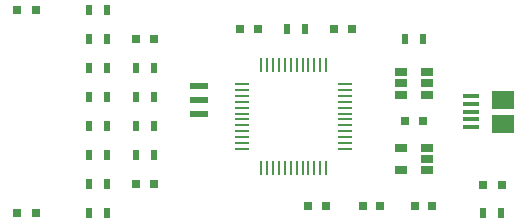
<source format=gbr>
G04 #@! TF.GenerationSoftware,KiCad,Pcbnew,(5.0-dev-4069-g322ce84fb)*
G04 #@! TF.CreationDate,2018-04-09T14:07:30+08:00*
G04 #@! TF.ProjectId,ZZQDap,5A5A514461702E6B696361645F706362,rev?*
G04 #@! TF.SameCoordinates,Original*
G04 #@! TF.FileFunction,Paste,Top*
G04 #@! TF.FilePolarity,Positive*
%FSLAX46Y46*%
G04 Gerber Fmt 4.6, Leading zero omitted, Abs format (unit mm)*
G04 Created by KiCad (PCBNEW (5.0-dev-4069-g322ce84fb)) date 04/09/18 14:07:30*
%MOMM*%
%LPD*%
G01*
G04 APERTURE LIST*
%ADD10R,0.800000X0.750000*%
%ADD11R,0.800000X0.800000*%
%ADD12R,1.900000X1.500000*%
%ADD13R,1.350000X0.400000*%
%ADD14R,0.500000X0.900000*%
%ADD15R,1.060000X0.650000*%
%ADD16R,0.250000X1.300000*%
%ADD17R,1.300000X0.250000*%
%ADD18R,1.600000X0.500000*%
G04 APERTURE END LIST*
D10*
X136050000Y-118000000D03*
X137550000Y-118000000D03*
X133150000Y-118000000D03*
X131650000Y-118000000D03*
X135250000Y-110800000D03*
X136750000Y-110800000D03*
X113950000Y-103800000D03*
X112450000Y-103800000D03*
X130750000Y-103000000D03*
X129250000Y-103000000D03*
X122750000Y-103000000D03*
X121250000Y-103000000D03*
X112450000Y-116077852D03*
X113950000Y-116077852D03*
X127050000Y-118000000D03*
X128550000Y-118000000D03*
D11*
X102400000Y-101400000D03*
X104000000Y-101400000D03*
X104000000Y-118600000D03*
X102400000Y-118600000D03*
X141800000Y-116200000D03*
X143400000Y-116200000D03*
D12*
X143500000Y-111000000D03*
D13*
X140800000Y-110000000D03*
X140800000Y-109350000D03*
X140800000Y-108700000D03*
X140800000Y-111300000D03*
X140800000Y-110650000D03*
D12*
X143500000Y-109000000D03*
D14*
X108500000Y-116142852D03*
X110000000Y-116142852D03*
X110000000Y-101400000D03*
X108500000Y-101400000D03*
X108500000Y-118600000D03*
X110000000Y-118600000D03*
X141850000Y-118600000D03*
X143350000Y-118600000D03*
X110000000Y-113685710D03*
X108500000Y-113685710D03*
X110000000Y-111228568D03*
X108500000Y-111228568D03*
X108500000Y-108771426D03*
X110000000Y-108771426D03*
X110000000Y-106314284D03*
X108500000Y-106314284D03*
X112450000Y-113685710D03*
X113950000Y-113685710D03*
X113950000Y-111228568D03*
X112450000Y-111228568D03*
X112450000Y-108771426D03*
X113950000Y-108771426D03*
X113950000Y-106314284D03*
X112450000Y-106314284D03*
X136750000Y-103800000D03*
X135250000Y-103800000D03*
X108500000Y-103857142D03*
X110000000Y-103857142D03*
X125250000Y-103000000D03*
X126750000Y-103000000D03*
D15*
X134900000Y-114950000D03*
X134900000Y-113050000D03*
X137100000Y-113050000D03*
X137100000Y-114000000D03*
X137100000Y-114950000D03*
X134900000Y-107600000D03*
X134900000Y-108550000D03*
X134900000Y-106650000D03*
X137100000Y-106650000D03*
X137100000Y-107600000D03*
X137100000Y-108550000D03*
D16*
X123050000Y-106050000D03*
X123550000Y-106050000D03*
X124050000Y-106050000D03*
X124550000Y-106050000D03*
X125050000Y-106050000D03*
X125550000Y-106050000D03*
X126050000Y-106050000D03*
X126550000Y-106050000D03*
X127050000Y-106050000D03*
X127550000Y-106050000D03*
X128050000Y-106050000D03*
X128550000Y-106050000D03*
D17*
X130150000Y-107650000D03*
X130150000Y-108150000D03*
X130150000Y-108650000D03*
X130150000Y-109150000D03*
X130150000Y-109650000D03*
X130150000Y-110150000D03*
X130150000Y-110650000D03*
X130150000Y-111150000D03*
X130150000Y-111650000D03*
X130150000Y-112150000D03*
X130150000Y-112650000D03*
X130150000Y-113150000D03*
D16*
X128550000Y-114750000D03*
X128050000Y-114750000D03*
X127550000Y-114750000D03*
X127050000Y-114750000D03*
X126550000Y-114750000D03*
X126050000Y-114750000D03*
X125550000Y-114750000D03*
X125050000Y-114750000D03*
X124550000Y-114750000D03*
X124050000Y-114750000D03*
X123550000Y-114750000D03*
X123050000Y-114750000D03*
D17*
X121450000Y-113150000D03*
X121450000Y-112650000D03*
X121450000Y-112150000D03*
X121450000Y-111650000D03*
X121450000Y-111150000D03*
X121450000Y-110650000D03*
X121450000Y-110150000D03*
X121450000Y-109650000D03*
X121450000Y-109150000D03*
X121450000Y-108650000D03*
X121450000Y-108150000D03*
X121450000Y-107650000D03*
D18*
X117800000Y-110200000D03*
X117800000Y-109000000D03*
X117800000Y-107800000D03*
M02*

</source>
